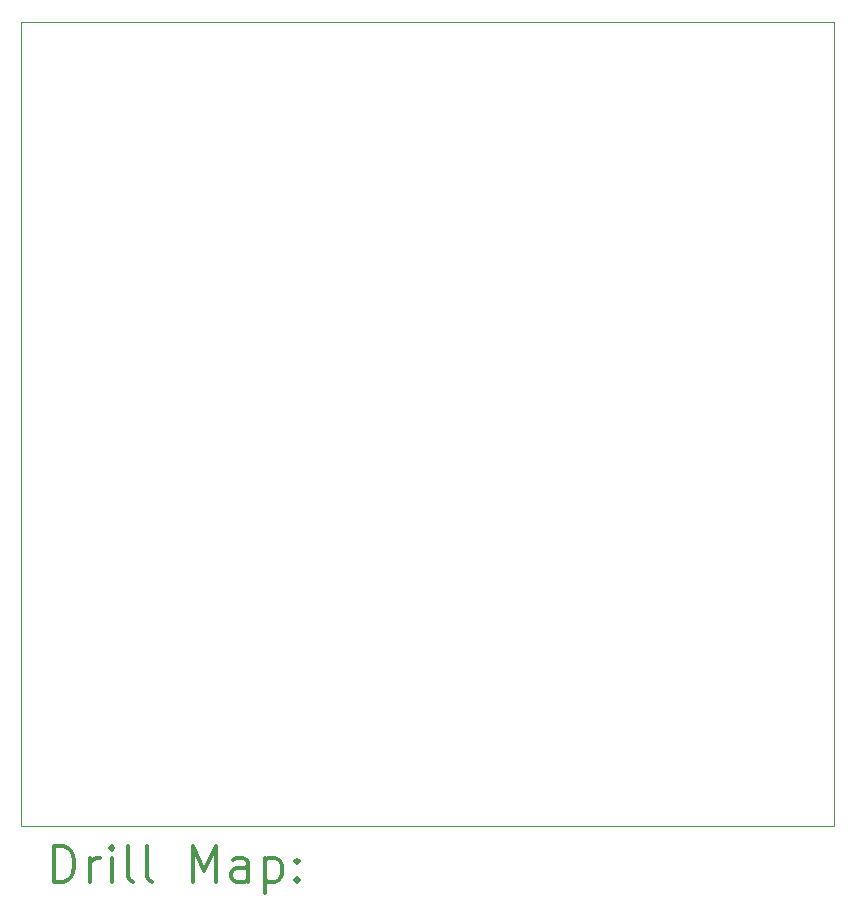
<source format=gbr>
%FSLAX45Y45*%
G04 Gerber Fmt 4.5, Leading zero omitted, Abs format (unit mm)*
G04 Created by KiCad (PCBNEW (5.1.9)-1) date 2021-06-14 08:33:28*
%MOMM*%
%LPD*%
G01*
G04 APERTURE LIST*
%TA.AperFunction,Profile*%
%ADD10C,0.050000*%
%TD*%
%ADD11C,0.200000*%
%ADD12C,0.300000*%
G04 APERTURE END LIST*
D10*
X23228300Y-13779500D02*
X23228300Y-14224000D01*
X23228300Y-13042900D02*
X23228300Y-13779500D01*
X16344900Y-13931900D02*
X16344900Y-7975600D01*
X16344900Y-7861300D02*
X23228300Y-7861300D01*
X16344900Y-7975600D02*
X16344900Y-7861300D01*
X23228300Y-14630400D02*
X23228300Y-14668500D01*
X21285200Y-14668500D02*
X17195800Y-14668500D01*
X23228300Y-7861300D02*
X23228300Y-8343900D01*
X23228300Y-9982200D02*
X23228300Y-10617200D01*
X22136100Y-14668500D02*
X21285200Y-14668500D01*
X16344900Y-14668500D02*
X16344900Y-13931900D01*
X17195800Y-14668500D02*
X16344900Y-14668500D01*
X23228300Y-8343900D02*
X23228300Y-9055100D01*
X23228300Y-12077700D02*
X23228300Y-13042900D01*
X23228300Y-10617200D02*
X23228300Y-11353800D01*
X23228300Y-14668500D02*
X22136100Y-14668500D01*
X23228300Y-11353800D02*
X23228300Y-12077700D01*
X23228300Y-14503400D02*
X23228300Y-14630400D01*
X23228300Y-9055100D02*
X23228300Y-9982200D01*
X23228300Y-14224000D02*
X23228300Y-14503400D01*
D11*
D12*
X16628828Y-15136714D02*
X16628828Y-14836714D01*
X16700257Y-14836714D01*
X16743114Y-14851000D01*
X16771686Y-14879571D01*
X16785971Y-14908143D01*
X16800257Y-14965286D01*
X16800257Y-15008143D01*
X16785971Y-15065286D01*
X16771686Y-15093857D01*
X16743114Y-15122429D01*
X16700257Y-15136714D01*
X16628828Y-15136714D01*
X16928828Y-15136714D02*
X16928828Y-14936714D01*
X16928828Y-14993857D02*
X16943114Y-14965286D01*
X16957400Y-14951000D01*
X16985971Y-14936714D01*
X17014543Y-14936714D01*
X17114543Y-15136714D02*
X17114543Y-14936714D01*
X17114543Y-14836714D02*
X17100257Y-14851000D01*
X17114543Y-14865286D01*
X17128828Y-14851000D01*
X17114543Y-14836714D01*
X17114543Y-14865286D01*
X17300257Y-15136714D02*
X17271686Y-15122429D01*
X17257400Y-15093857D01*
X17257400Y-14836714D01*
X17457400Y-15136714D02*
X17428828Y-15122429D01*
X17414543Y-15093857D01*
X17414543Y-14836714D01*
X17800257Y-15136714D02*
X17800257Y-14836714D01*
X17900257Y-15051000D01*
X18000257Y-14836714D01*
X18000257Y-15136714D01*
X18271686Y-15136714D02*
X18271686Y-14979571D01*
X18257400Y-14951000D01*
X18228828Y-14936714D01*
X18171686Y-14936714D01*
X18143114Y-14951000D01*
X18271686Y-15122429D02*
X18243114Y-15136714D01*
X18171686Y-15136714D01*
X18143114Y-15122429D01*
X18128828Y-15093857D01*
X18128828Y-15065286D01*
X18143114Y-15036714D01*
X18171686Y-15022429D01*
X18243114Y-15022429D01*
X18271686Y-15008143D01*
X18414543Y-14936714D02*
X18414543Y-15236714D01*
X18414543Y-14951000D02*
X18443114Y-14936714D01*
X18500257Y-14936714D01*
X18528828Y-14951000D01*
X18543114Y-14965286D01*
X18557400Y-14993857D01*
X18557400Y-15079571D01*
X18543114Y-15108143D01*
X18528828Y-15122429D01*
X18500257Y-15136714D01*
X18443114Y-15136714D01*
X18414543Y-15122429D01*
X18685971Y-15108143D02*
X18700257Y-15122429D01*
X18685971Y-15136714D01*
X18671686Y-15122429D01*
X18685971Y-15108143D01*
X18685971Y-15136714D01*
X18685971Y-14951000D02*
X18700257Y-14965286D01*
X18685971Y-14979571D01*
X18671686Y-14965286D01*
X18685971Y-14951000D01*
X18685971Y-14979571D01*
M02*

</source>
